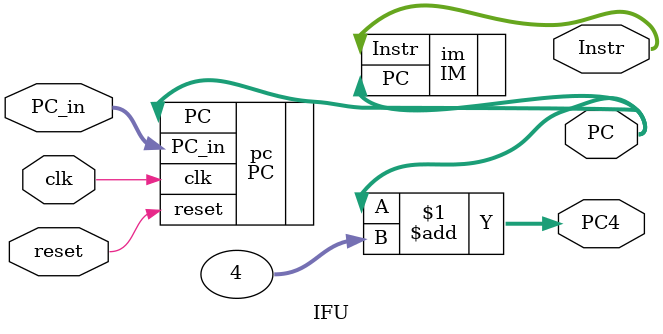
<source format=v>
`timescale 1ns / 1ps
module IFU(
    input clk,
    input reset,
    input [31:0] PC_in,
    output [31:0] Instr,
    output [31:0] PC4,
    output [31:0] PC
    );
	 PC pc (
    .clk(clk), 
    .reset(reset), 
    .PC_in(PC_in), 
    .PC(PC)
    );
	 IM im (
    .PC(PC), 
    .Instr(Instr)
    );
	 assign PC4 = PC + 4;


endmodule

</source>
